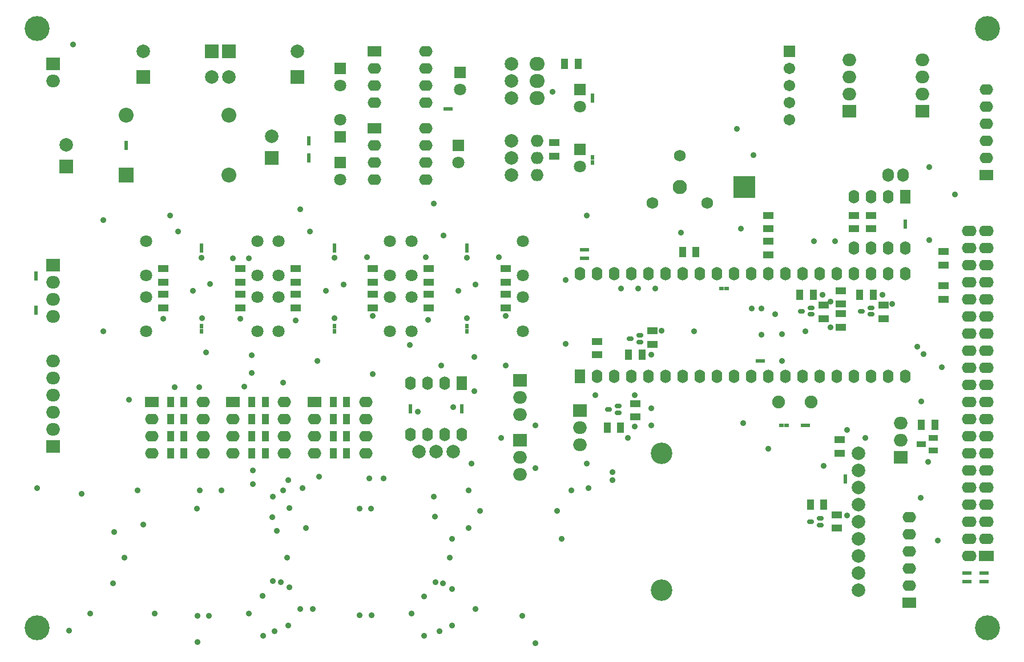
<source format=gbs>
%FSTAX25Y25*%
%MOIN*%
%SFA1B1*%

%IPPOS*%
%AMD15*
4,1,8,0.018800,-0.006600,0.018800,0.006600,0.012500,0.012900,-0.012500,0.012900,-0.018800,0.006600,-0.018800,-0.006600,-0.012500,-0.012900,0.012500,-0.012900,0.018800,-0.006600,0.0*
1,1,0.012440,0.012500,-0.006600*
1,1,0.012440,0.012500,0.006600*
1,1,0.012440,-0.012500,0.006600*
1,1,0.012440,-0.012500,-0.006600*
%
%ADD10R,0.059180X0.043430*%
%ADD11R,0.027690X0.023750*%
%ADD12R,0.043430X0.059180*%
%ADD13R,0.055240X0.035560*%
%ADD14R,0.023750X0.027690*%
G04~CAMADD=15~8~0.0~0.0~257.2~375.3~62.2~0.0~15~0.0~0.0~0.0~0.0~0~0.0~0.0~0.0~0.0~0~0.0~0.0~0.0~270.0~376.0~258.0*
%ADD15D15*%
%ADD16C,0.070990*%
%ADD17C,0.078870*%
%ADD18O,0.078870X0.074930*%
%ADD19R,0.078870X0.074930*%
%ADD20C,0.074930*%
%ADD21C,0.126110*%
%ADD22R,0.063120X0.078870*%
%ADD23O,0.063120X0.078870*%
%ADD24O,0.067060X0.078870*%
%ADD25R,0.126110X0.126110*%
%ADD26C,0.082800*%
%ADD27C,0.068000*%
%ADD28R,0.070990X0.070990*%
%ADD29O,0.074930X0.070990*%
%ADD30O,0.086740X0.082800*%
%ADD31O,0.078870X0.063120*%
%ADD32R,0.078870X0.063120*%
%ADD33R,0.078870X0.078870*%
%ADD34R,0.078870X0.078870*%
%ADD35C,0.086740*%
%ADD36R,0.086740X0.086740*%
%ADD37C,0.067060*%
%ADD38R,0.067060X0.067060*%
%ADD39R,0.078870X0.063120*%
%ADD40O,0.078870X0.063120*%
%ADD41C,0.145800*%
%ADD42R,0.086740X0.063120*%
%ADD43O,0.086740X0.063120*%
%ADD44C,0.035560*%
%LNdigitalizador_rpi-1*%
%LPD*%
G54D10*
X0240571Y0213819D03*
Y0221693D03*
Y0198819D03*
Y0206693D03*
X0285571Y0198819D03*
Y0206693D03*
Y0221693D03*
Y0213819D03*
X0163071Y0198819D03*
Y0206693D03*
Y0213819D03*
Y0221693D03*
X0208071Y0198819D03*
Y0206693D03*
Y0221693D03*
Y0213819D03*
X0130571Y0198819D03*
Y0206693D03*
Y0221693D03*
Y0213819D03*
X0085571Y0198819D03*
Y0206693D03*
Y0213819D03*
Y0221693D03*
X0478819Y0069941D03*
Y0077815D03*
X0480571Y0113819D03*
Y0121693D03*
X0361319Y0134941D03*
Y0142815D03*
X0338819Y0179252D03*
Y0171378D03*
X0371319Y0177441D03*
Y0185315D03*
X0438819Y0237776D03*
Y0229902D03*
X0471319Y0192441D03*
Y0200315D03*
X0481319Y0201004D03*
Y0208878D03*
Y0187441D03*
Y0195315D03*
X0506319Y0192441D03*
Y0200315D03*
X0541319Y0211752D03*
Y0203878D03*
Y0231752D03*
Y0223878D03*
X0498819Y0252815D03*
Y0244941D03*
X0488819Y0252815D03*
Y0244941D03*
X0313819Y0295315D03*
Y0287441D03*
X0438819Y0244941D03*
Y0252815D03*
G54D11*
X0566319Y0038878D03*
X0563563D03*
X0566319Y0043878D03*
X0563563D03*
X0553563Y0038878D03*
X0556319D03*
X0553563Y0043878D03*
X0556319D03*
X0461949Y0130256D03*
X0459193D03*
X0446693D03*
X0449449D03*
X0333071Y0232756D03*
X0330315D03*
X0333071Y0227756D03*
X0330315D03*
X0414449Y0210256D03*
X0411693D03*
X0250571Y0315256D03*
X0253327D03*
X0435571Y0167756D03*
X0432815D03*
G54D12*
X0528386Y0130571D03*
X053626D03*
X0463445Y0083878D03*
X0471319D03*
X0344882Y0128878D03*
X0352756D03*
X0457382Y0206378D03*
X0465256D03*
X0492382D03*
X0500256D03*
X0327848Y0341378D03*
X0319974D03*
X0388819Y0231378D03*
X0396693D03*
X0365256Y0171378D03*
X0357382D03*
X0192756Y0113878D03*
X0184882D03*
Y0123878D03*
X0192756D03*
Y0133878D03*
X0184882D03*
Y0143878D03*
X0192756D03*
X0145256Y0113878D03*
X0137382D03*
Y0123878D03*
X0145256D03*
Y0133878D03*
X0137382D03*
Y0143878D03*
X0145256D03*
X0097756Y0113878D03*
X0089882D03*
Y0123878D03*
X0097756D03*
Y0133878D03*
X0089882D03*
Y0143878D03*
X0097756D03*
G54D13*
X0535295Y0122854D03*
Y0115374D03*
X0528208Y0119114D03*
G54D14*
X0483819Y0100256D03*
Y00975D03*
X0518819Y0246378D03*
Y0249134D03*
X0336319Y0286634D03*
Y0283878D03*
X0170571Y0285D03*
Y0287756D03*
Y0297756D03*
Y0295D03*
X0336319Y0322756D03*
Y032D03*
X0063819Y0295256D03*
Y02925D03*
X0263071Y0235256D03*
Y02325D03*
Y0185256D03*
Y0188012D03*
X0185571Y0235256D03*
Y02325D03*
Y0185256D03*
Y0188012D03*
X0108071Y0235256D03*
Y02325D03*
Y0185256D03*
Y0188012D03*
X0259823Y0141042D03*
Y0138286D03*
X0229823D03*
Y0141042D03*
X0011319Y0196122D03*
Y0198878D03*
Y0216122D03*
Y0218878D03*
G54D15*
X034561Y0139409D03*
X0351319Y0137441D03*
Y0141378D03*
X035811Y0180847D03*
X0363819Y0178878D03*
Y0182815D03*
X045811Y0196909D03*
X0463819Y0194941D03*
Y0198878D03*
X049311Y0196909D03*
X0498819Y0194941D03*
Y0198878D03*
X0469173Y0075846D03*
Y0071909D03*
X0463464Y0073878D03*
G54D16*
X0295571Y0217756D03*
Y0237756D03*
X0230571Y0217756D03*
Y0237756D03*
X0218071Y0217756D03*
Y0237756D03*
X0153071Y0217756D03*
Y0237756D03*
X0140571Y0217756D03*
Y0237756D03*
X0075571Y0217756D03*
Y0237756D03*
X0295571Y0205256D03*
Y0185256D03*
X0230571D03*
Y0205256D03*
X0218071D03*
Y0185256D03*
X0153071D03*
Y0205256D03*
X0140571D03*
Y0185256D03*
X0075571D03*
Y0205256D03*
X0328819Y0281378D03*
Y0316378D03*
X0188819Y0273878D03*
X0258071Y0283839D03*
X0258819Y0326378D03*
X0188819Y0308878D03*
Y0328878D03*
G54D17*
X0234823Y0114664D03*
X0254823D03*
X0244823D03*
X0491732Y0113878D03*
Y0103878D03*
Y0093878D03*
Y0083878D03*
Y0073878D03*
Y0063878D03*
Y0053878D03*
Y0043878D03*
Y0033878D03*
X0288819Y0341378D03*
Y0321378D03*
Y0331378D03*
Y0296378D03*
Y0276378D03*
Y0286378D03*
X0148819Y0298976D03*
X0123819Y0333878D03*
X0163819Y0348878D03*
X0073819D03*
X0113819Y0333878D03*
X0028819Y0293976D03*
G54D18*
X0293819Y0136378D03*
Y0146378D03*
Y0101378D03*
Y0111378D03*
X0021319Y0331378D03*
X0516319Y0121378D03*
Y0131378D03*
X0528819Y0323878D03*
Y0333878D03*
Y0343878D03*
X0328819Y0128878D03*
Y0118878D03*
X0486319Y0323878D03*
Y0333878D03*
Y0343878D03*
X0021319Y0167756D03*
Y0157756D03*
Y0147756D03*
Y0137756D03*
Y0127756D03*
Y0213878D03*
Y0203878D03*
Y0193878D03*
G54D19*
X0293819Y0156378D03*
Y0121378D03*
X0021319Y0341378D03*
X0516319Y0111378D03*
X0528819Y0313878D03*
X0328819Y0138878D03*
X0486319Y0313878D03*
X0021319Y0117756D03*
Y0223878D03*
G54D20*
X0444921Y0143878D03*
X0463819D03*
G54D21*
X0376732Y0113878D03*
Y0033878D03*
G54D22*
X0328819Y0158878D03*
X0518819Y0263878D03*
X0259823Y0154665D03*
G54D23*
X0338819Y0158878D03*
X0348819D03*
X0358819D03*
X0368819D03*
X0378819D03*
X0388819D03*
X0398819D03*
X0408819D03*
X0418819D03*
X0428819D03*
X0438819D03*
X0448819D03*
X0458819D03*
X0468819D03*
X0478819D03*
X0488819D03*
X0498819D03*
X0508819D03*
X0518819D03*
X0328819Y0218878D03*
X0338819D03*
X0348819D03*
X0358819D03*
X0368819D03*
X0378819D03*
X0388819D03*
X0398819D03*
X0408819D03*
X0418819D03*
X0428819D03*
X0438819D03*
X0448819D03*
X0458819D03*
X0468819D03*
X0478819D03*
X0488819D03*
X0498819D03*
X0508819D03*
X0518819D03*
X0488819Y0233878D03*
X0498819D03*
X0508819D03*
X0518819D03*
X0488819Y0263878D03*
X0498819D03*
X0508819D03*
X0229823Y0124664D03*
X0239823D03*
X0249823D03*
X0259823D03*
X0229823Y0154665D03*
X0239823D03*
X0249823D03*
G54D24*
X0508819Y0276378D03*
X0517569D03*
G54D25*
X0425072Y0269311D03*
G54D26*
X0387277Y0269311D03*
G54D27*
X0387277Y0287815D03*
X0371135Y0260256D03*
X0403419D03*
G54D28*
X0328819Y0291378D03*
Y0326378D03*
X0188819Y0283878D03*
X0258071Y0293839D03*
X0258819Y0336378D03*
X0188819Y0298878D03*
Y0338878D03*
G54D29*
X0303819Y0286378D03*
Y0296378D03*
Y0276378D03*
G54D30*
X0303819Y0321378D03*
Y0331378D03*
Y0341378D03*
G54D31*
X0238819Y0318878D03*
Y0328878D03*
Y0338878D03*
Y0348878D03*
X0208819Y0318878D03*
Y0328878D03*
Y0338878D03*
X0238819Y0273878D03*
Y0283878D03*
Y0293878D03*
Y0303878D03*
X0208819Y0273878D03*
Y0283878D03*
Y0293878D03*
X0078819Y0133878D03*
Y0123878D03*
Y0113878D03*
X0108819Y0143878D03*
Y0133878D03*
Y0123878D03*
Y0113878D03*
X0126319Y0133878D03*
Y0123878D03*
Y0113878D03*
X0156319Y0143878D03*
Y0133878D03*
Y0123878D03*
Y0113878D03*
X0173819Y0133878D03*
Y0123878D03*
Y0113878D03*
X0203819Y0143878D03*
Y0133878D03*
Y0123878D03*
Y0113878D03*
G54D32*
X0208819Y0348878D03*
Y0303878D03*
X0078819Y0143878D03*
X0126319D03*
X0173819D03*
G54D33*
X0148819Y0286378D03*
X0028819Y0281378D03*
G54D34*
X0163819Y0333878D03*
X0123819Y0348878D03*
X0113819D03*
X0073819Y0333878D03*
G54D35*
X0123819Y0311378D03*
X0063819D03*
X0123819Y0276378D03*
G54D36*
X0063819Y0276378D03*
G54D37*
X0451319Y0308878D03*
Y0318878D03*
Y0328878D03*
Y0338878D03*
G54D38*
X0451319Y0348878D03*
G54D39*
X0521319Y0026378D03*
X0566319Y0276378D03*
G54D40*
X0521319Y0036378D03*
Y0046378D03*
Y0056378D03*
Y0066378D03*
Y0076378D03*
X0566319Y0286378D03*
Y0296378D03*
Y0306378D03*
Y0316378D03*
Y0326378D03*
G54D41*
X0011811Y0011811D03*
Y0362205D03*
X0566929Y0011811D03*
Y0362205D03*
G54D42*
X0566319Y0053878D03*
G54D43*
X0556319Y0053878D03*
X0566319Y0063878D03*
X0556319D03*
X0566319Y0073878D03*
X0556319D03*
X0566319Y0083878D03*
X0556319D03*
X0566319Y0093878D03*
X0556319D03*
X0566319Y0103878D03*
X0556319D03*
X0566319Y0113878D03*
X0556319D03*
X0566319Y0123878D03*
X0556319D03*
X0566319Y0133878D03*
X0556319D03*
X0566319Y0143878D03*
X0556319D03*
X0566319Y0153878D03*
X0556319D03*
X0566319Y0163878D03*
X0556319D03*
X0566319Y0173878D03*
X0556319D03*
X0566319Y0183878D03*
X0556319D03*
X0566319Y0193878D03*
X0556319D03*
X0566319Y0203878D03*
X0556319D03*
X0566319Y0213878D03*
X0556319D03*
X0566319Y0223878D03*
X0556319D03*
X0566319Y0233878D03*
X0556319D03*
X0566319Y0243878D03*
X0556319D03*
G54D44*
X0395571Y0185256D03*
X0320571Y0177756D03*
X0338071Y0147756D03*
X0333071Y0107756D03*
X0538071Y0062756D03*
X0528071Y0087756D03*
X0460571Y0185256D03*
X0443071Y0195256D03*
X0478071Y0237756D03*
X0465571D03*
X0313071Y0325256D03*
X0388071Y0242756D03*
X0033071Y0352756D03*
X0315571Y0080256D03*
X0370571Y0130256D03*
Y0140256D03*
X0548071Y0265256D03*
X0065571Y0145256D03*
X0133071Y0152756D03*
X0155571Y0155256D03*
X0303071Y0130256D03*
X0110571Y0172756D03*
X0175571Y0167756D03*
X0043071Y0020256D03*
X0080571D03*
X0135571D03*
X0165571Y0022756D03*
X0173071D03*
X0230571Y0020256D03*
X0268071Y0022756D03*
X0303071Y0002756D03*
X0270571Y0080256D03*
X0303071Y0105256D03*
X0283071Y0122756D03*
X0050571Y0185256D03*
X0030571Y0010256D03*
X0063071Y0052756D03*
X0158071D03*
X0253071D03*
X0265571Y0107756D03*
X0285571Y0165256D03*
X0320571Y0215256D03*
X0353071Y0210256D03*
X0363071D03*
X0373071D03*
X0333071Y0252756D03*
X0248071Y0165256D03*
X0208071Y0160256D03*
X0038071Y0090256D03*
X0050571Y0250256D03*
X0420471Y0303543D03*
X053307Y0238582D03*
X0533071Y0281102D03*
X0532323Y0108661D03*
X0011811Y0093307D03*
X0263071Y0192786D03*
X0158661Y0098032D03*
X0159292Y0081889D03*
X0176654Y0100256D03*
X0166929Y0093307D03*
X0057087Y0067775D03*
X005626Y0037795D03*
X0151949Y0068287D03*
X0149528Y0038976D03*
X0138071Y0103681D03*
Y0095669D03*
X0267165Y0169961D03*
Y015D03*
X0229527Y0177165D03*
X0234291Y0138189D03*
X0254882Y0140925D03*
X0244528Y0038583D03*
X0254331Y0063642D03*
X031811D03*
X0438819Y0116575D03*
X0485079Y0127559D03*
X0495669Y0122835D03*
X0528208Y0144095D03*
X0422919Y0244941D03*
X0525984Y0175984D03*
X0434882Y0198583D03*
Y0183071D03*
X044685Y0183405D03*
X0446791Y0167756D03*
X0357087Y0122835D03*
X0360964Y0129567D03*
X037061Y0171378D03*
X0529528Y0171912D03*
X0430419Y0288189D03*
X0429321Y0198583D03*
X0470472Y0206378D03*
X0511419Y0201004D03*
X0475197Y0202382D03*
X0376732Y0185433D03*
X0424409Y0131535D03*
X0540305Y0164025D03*
X0360964Y0147756D03*
X0484803Y007752D03*
X0348071Y0102756D03*
X0323819Y0092027D03*
X0348071Y0098032D03*
X0333819Y0093307D03*
X0092165Y0152578D03*
X0214173Y0099212D03*
X0205906D03*
X0281496Y0228329D03*
X0107087Y0092126D03*
X0119685D03*
X0106752Y0152578D03*
X0137382Y017126D03*
Y016063D03*
X0264016Y0069941D03*
X0263819Y0092126D03*
X0169035Y0069941D03*
X015549Y0092126D03*
X0073819Y0072047D03*
X0070571Y0092126D03*
X0207087Y0081496D03*
X0105384D03*
X0200256D03*
X0243701Y0088583D03*
X0149528D03*
X0240158Y0191604D03*
X0163071Y0191339D03*
X0085571Y0192441D03*
X0244193Y0076772D03*
X0149193Y0076378D03*
X0295256Y0018898D03*
X0207382Y0019026D03*
X0200256D03*
X0112382Y0018898D03*
X0105512D03*
X0158661Y0012992D03*
X0150709Y0009843D03*
X0254193Y0012992D03*
X024685Y0009843D03*
X0105512Y0003543D03*
X0237795Y0030118D03*
X0249055Y0037795D03*
X0237795Y0007087D03*
X0143657Y0030547D03*
X0154252Y0038287D03*
X0143819Y0007087D03*
X0159291Y0035433D03*
X0254291Y0034331D03*
X0126358Y0227756D03*
X0135453D03*
X0204725Y0228329D03*
X0238977D03*
X0285571Y0194137D03*
X0268071Y0212421D03*
X025807Y0208642D03*
X0249134Y0240945D03*
X0263071Y0227953D03*
X0190787Y0212579D03*
X0113071Y0212598D03*
X0108071Y0227953D03*
X0130571Y019252D03*
X0102976Y0208878D03*
X010813Y0192756D03*
X0185571Y0227953D03*
X0208071Y0194137D03*
X0185571Y0192786D03*
X0180571Y0208878D03*
X017126Y0243307D03*
X0094134D03*
X0089527Y0252756D03*
X0165748Y0256299D03*
X0471437Y0106299D03*
X0475197Y0187441D03*
X050561Y0206378D03*
X0243701Y0259842D03*
M02*
</source>
